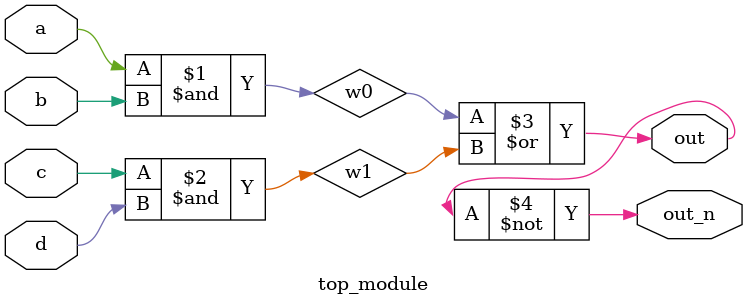
<source format=v>
`default_nettype none
module top_module(
    input a,
    input b,
    input c,
    input d,
    output out,
    output out_n   ); 
    wire w0, w1;
    assign w0 = a & b;
    assign w1 = c & d;
    assign out = w0 | w1;
    assign out_n = ~out;

endmodule

</source>
